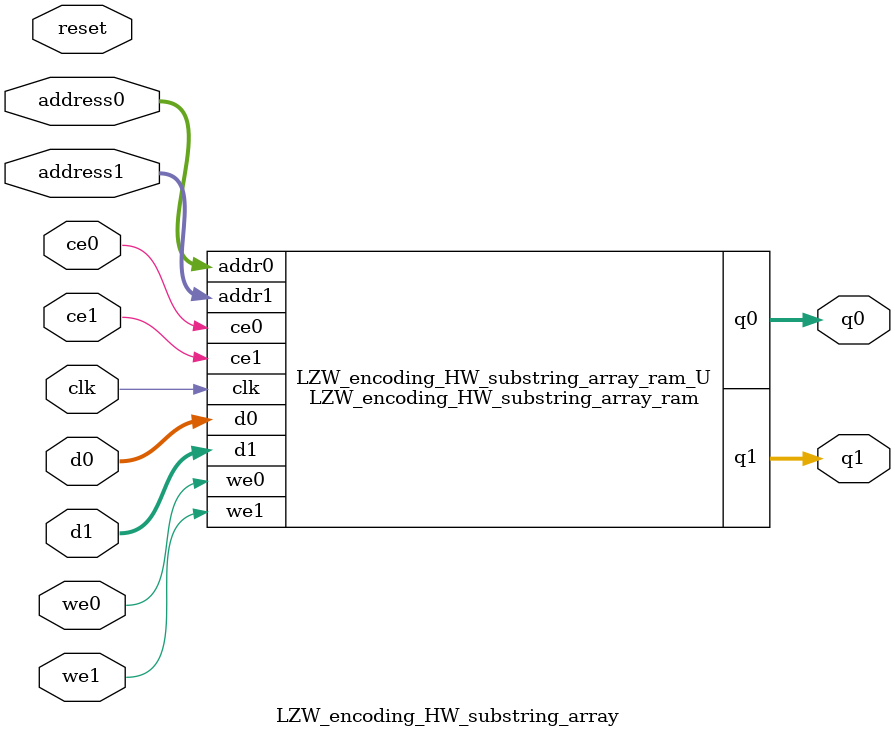
<source format=v>
`timescale 1 ns / 1 ps
module LZW_encoding_HW_substring_array_ram (addr0, ce0, d0, we0, q0, addr1, ce1, d1, we1, q1,  clk);

parameter DWIDTH = 8;
parameter AWIDTH = 13;
parameter MEM_SIZE = 8192;

input[AWIDTH-1:0] addr0;
input ce0;
input[DWIDTH-1:0] d0;
input we0;
output reg[DWIDTH-1:0] q0;
input[AWIDTH-1:0] addr1;
input ce1;
input[DWIDTH-1:0] d1;
input we1;
output reg[DWIDTH-1:0] q1;
input clk;

reg [DWIDTH-1:0] ram[0:MEM_SIZE-1];




always @(posedge clk)  
begin 
    if (ce0) begin
        if (we0) 
            ram[addr0] <= d0; 
        q0 <= ram[addr0];
    end
end


always @(posedge clk)  
begin 
    if (ce1) begin
        if (we1) 
            ram[addr1] <= d1; 
        q1 <= ram[addr1];
    end
end


endmodule

`timescale 1 ns / 1 ps
module LZW_encoding_HW_substring_array(
    reset,
    clk,
    address0,
    ce0,
    we0,
    d0,
    q0,
    address1,
    ce1,
    we1,
    d1,
    q1);

parameter DataWidth = 32'd8;
parameter AddressRange = 32'd8192;
parameter AddressWidth = 32'd13;
input reset;
input clk;
input[AddressWidth - 1:0] address0;
input ce0;
input we0;
input[DataWidth - 1:0] d0;
output[DataWidth - 1:0] q0;
input[AddressWidth - 1:0] address1;
input ce1;
input we1;
input[DataWidth - 1:0] d1;
output[DataWidth - 1:0] q1;



LZW_encoding_HW_substring_array_ram LZW_encoding_HW_substring_array_ram_U(
    .clk( clk ),
    .addr0( address0 ),
    .ce0( ce0 ),
    .we0( we0 ),
    .d0( d0 ),
    .q0( q0 ),
    .addr1( address1 ),
    .ce1( ce1 ),
    .we1( we1 ),
    .d1( d1 ),
    .q1( q1 ));

endmodule


</source>
